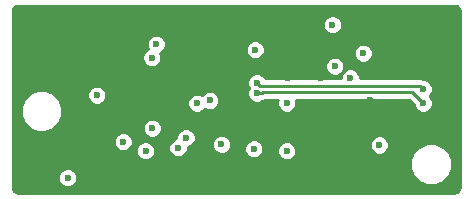
<source format=gbr>
G04 #@! TF.FileFunction,Copper,L2,Inr,Signal*
%FSLAX46Y46*%
G04 Gerber Fmt 4.6, Leading zero omitted, Abs format (unit mm)*
G04 Created by KiCad (PCBNEW 4.0.2-stable) date 2017年05月12日 星期五 07:52:48*
%MOMM*%
G01*
G04 APERTURE LIST*
%ADD10C,0.100000*%
%ADD11C,0.600000*%
%ADD12C,0.250000*%
%ADD13C,0.254000*%
G04 APERTURE END LIST*
D10*
D11*
X169575000Y-102125000D03*
X176100000Y-93800000D03*
X182850000Y-95200000D03*
X182650000Y-91700000D03*
X186625000Y-101875000D03*
X184150000Y-96200000D03*
X185250000Y-94100000D03*
X176000000Y-102200000D03*
X160225000Y-104650000D03*
X178775000Y-98325010D03*
X167400000Y-100450000D03*
X178775000Y-102375000D03*
X167725000Y-93349998D03*
X167350004Y-94475000D03*
X162700000Y-97650000D03*
X168500000Y-101700000D03*
X176100000Y-94774998D03*
X185800000Y-98025010D03*
X181650000Y-96200000D03*
X181650002Y-102475000D03*
X174475000Y-102200000D03*
X178874990Y-96175000D03*
X157725000Y-102400000D03*
X188675000Y-100850000D03*
X188675000Y-98350000D03*
X188525000Y-99600000D03*
X190350000Y-95150000D03*
X162100000Y-93100000D03*
X167400000Y-99275000D03*
X166925000Y-104975000D03*
X171725000Y-105025000D03*
X176600000Y-104000000D03*
X185250000Y-92200000D03*
X190125000Y-94100000D03*
X189850000Y-92750000D03*
X181550000Y-91775000D03*
X181350000Y-95200000D03*
X179975000Y-93125000D03*
X168825004Y-93350000D03*
X165950000Y-91625000D03*
X162550000Y-100100000D03*
X162550000Y-98900000D03*
X176250008Y-96600000D03*
X190349998Y-97125000D03*
X176250004Y-97500000D03*
X190349999Y-98349999D03*
X170250004Y-101250000D03*
X171175000Y-98350000D03*
X166825000Y-102375000D03*
X172275000Y-98099992D03*
X164925000Y-101600000D03*
X173250000Y-101825000D03*
D12*
X190349998Y-97125000D02*
X190074998Y-96850000D01*
X190074998Y-96850000D02*
X176500008Y-96850000D01*
X176500008Y-96850000D02*
X176250008Y-96600000D01*
X190349999Y-98349999D02*
X189400000Y-97400000D01*
X189400000Y-97400000D02*
X176774268Y-97400000D01*
X176774268Y-97400000D02*
X176674268Y-97500000D01*
X176674268Y-97500000D02*
X176250004Y-97500000D01*
D13*
G36*
X193155208Y-90125294D02*
X193286788Y-90213213D01*
X193374706Y-90344792D01*
X193417000Y-90557420D01*
X193417000Y-105442580D01*
X193374706Y-105655208D01*
X193286788Y-105786787D01*
X193155208Y-105874706D01*
X192942580Y-105917000D01*
X156057420Y-105917000D01*
X155844792Y-105874706D01*
X155713213Y-105786788D01*
X155625294Y-105655208D01*
X155583000Y-105442580D01*
X155583000Y-104810016D01*
X159416860Y-104810016D01*
X159539611Y-105107097D01*
X159766707Y-105334590D01*
X160063574Y-105457860D01*
X160385016Y-105458140D01*
X160682097Y-105335389D01*
X160909590Y-105108293D01*
X161032860Y-104811426D01*
X161033140Y-104489984D01*
X160910389Y-104192903D01*
X160683293Y-103965410D01*
X160400910Y-103848154D01*
X189241696Y-103848154D01*
X189508771Y-104494526D01*
X190002873Y-104989491D01*
X190648778Y-105257694D01*
X191348154Y-105258304D01*
X191994526Y-104991229D01*
X192489491Y-104497127D01*
X192757694Y-103851222D01*
X192758304Y-103151846D01*
X192491229Y-102505474D01*
X191997127Y-102010509D01*
X191351222Y-101742306D01*
X190651846Y-101741696D01*
X190005474Y-102008771D01*
X189510509Y-102502873D01*
X189242306Y-103148778D01*
X189241696Y-103848154D01*
X160400910Y-103848154D01*
X160386426Y-103842140D01*
X160064984Y-103841860D01*
X159767903Y-103964611D01*
X159540410Y-104191707D01*
X159417140Y-104488574D01*
X159416860Y-104810016D01*
X155583000Y-104810016D01*
X155583000Y-102535016D01*
X166016860Y-102535016D01*
X166139611Y-102832097D01*
X166366707Y-103059590D01*
X166663574Y-103182860D01*
X166985016Y-103183140D01*
X167282097Y-103060389D01*
X167509590Y-102833293D01*
X167632860Y-102536426D01*
X167633078Y-102285016D01*
X168766860Y-102285016D01*
X168889611Y-102582097D01*
X169116707Y-102809590D01*
X169413574Y-102932860D01*
X169735016Y-102933140D01*
X170032097Y-102810389D01*
X170259590Y-102583293D01*
X170382860Y-102286426D01*
X170383059Y-102058117D01*
X170410020Y-102058140D01*
X170586994Y-101985016D01*
X172441860Y-101985016D01*
X172564611Y-102282097D01*
X172791707Y-102509590D01*
X173088574Y-102632860D01*
X173410016Y-102633140D01*
X173707097Y-102510389D01*
X173857732Y-102360016D01*
X175191860Y-102360016D01*
X175314611Y-102657097D01*
X175541707Y-102884590D01*
X175838574Y-103007860D01*
X176160016Y-103008140D01*
X176457097Y-102885389D01*
X176684590Y-102658293D01*
X176735779Y-102535016D01*
X177966860Y-102535016D01*
X178089611Y-102832097D01*
X178316707Y-103059590D01*
X178613574Y-103182860D01*
X178935016Y-103183140D01*
X179232097Y-103060389D01*
X179459590Y-102833293D01*
X179582860Y-102536426D01*
X179583140Y-102214984D01*
X179508779Y-102035016D01*
X185816860Y-102035016D01*
X185939611Y-102332097D01*
X186166707Y-102559590D01*
X186463574Y-102682860D01*
X186785016Y-102683140D01*
X187082097Y-102560389D01*
X187309590Y-102333293D01*
X187432860Y-102036426D01*
X187433140Y-101714984D01*
X187310389Y-101417903D01*
X187083293Y-101190410D01*
X186786426Y-101067140D01*
X186464984Y-101066860D01*
X186167903Y-101189611D01*
X185940410Y-101416707D01*
X185817140Y-101713574D01*
X185816860Y-102035016D01*
X179508779Y-102035016D01*
X179460389Y-101917903D01*
X179233293Y-101690410D01*
X178936426Y-101567140D01*
X178614984Y-101566860D01*
X178317903Y-101689611D01*
X178090410Y-101916707D01*
X177967140Y-102213574D01*
X177966860Y-102535016D01*
X176735779Y-102535016D01*
X176807860Y-102361426D01*
X176808140Y-102039984D01*
X176685389Y-101742903D01*
X176458293Y-101515410D01*
X176161426Y-101392140D01*
X175839984Y-101391860D01*
X175542903Y-101514611D01*
X175315410Y-101741707D01*
X175192140Y-102038574D01*
X175191860Y-102360016D01*
X173857732Y-102360016D01*
X173934590Y-102283293D01*
X174057860Y-101986426D01*
X174058140Y-101664984D01*
X173935389Y-101367903D01*
X173708293Y-101140410D01*
X173411426Y-101017140D01*
X173089984Y-101016860D01*
X172792903Y-101139611D01*
X172565410Y-101366707D01*
X172442140Y-101663574D01*
X172441860Y-101985016D01*
X170586994Y-101985016D01*
X170707101Y-101935389D01*
X170934594Y-101708293D01*
X171057864Y-101411426D01*
X171058144Y-101089984D01*
X170935393Y-100792903D01*
X170708297Y-100565410D01*
X170411430Y-100442140D01*
X170089988Y-100441860D01*
X169792907Y-100564611D01*
X169565414Y-100791707D01*
X169442144Y-101088574D01*
X169441945Y-101316883D01*
X169414984Y-101316860D01*
X169117903Y-101439611D01*
X168890410Y-101666707D01*
X168767140Y-101963574D01*
X168766860Y-102285016D01*
X167633078Y-102285016D01*
X167633140Y-102214984D01*
X167510389Y-101917903D01*
X167283293Y-101690410D01*
X166986426Y-101567140D01*
X166664984Y-101566860D01*
X166367903Y-101689611D01*
X166140410Y-101916707D01*
X166017140Y-102213574D01*
X166016860Y-102535016D01*
X155583000Y-102535016D01*
X155583000Y-101760016D01*
X164116860Y-101760016D01*
X164239611Y-102057097D01*
X164466707Y-102284590D01*
X164763574Y-102407860D01*
X165085016Y-102408140D01*
X165382097Y-102285389D01*
X165609590Y-102058293D01*
X165732860Y-101761426D01*
X165733140Y-101439984D01*
X165610389Y-101142903D01*
X165383293Y-100915410D01*
X165086426Y-100792140D01*
X164764984Y-100791860D01*
X164467903Y-100914611D01*
X164240410Y-101141707D01*
X164117140Y-101438574D01*
X164116860Y-101760016D01*
X155583000Y-101760016D01*
X155583000Y-99348154D01*
X156241696Y-99348154D01*
X156508771Y-99994526D01*
X157002873Y-100489491D01*
X157648778Y-100757694D01*
X158348154Y-100758304D01*
X158707038Y-100610016D01*
X166591860Y-100610016D01*
X166714611Y-100907097D01*
X166941707Y-101134590D01*
X167238574Y-101257860D01*
X167560016Y-101258140D01*
X167857097Y-101135389D01*
X168084590Y-100908293D01*
X168207860Y-100611426D01*
X168208140Y-100289984D01*
X168085389Y-99992903D01*
X167858293Y-99765410D01*
X167561426Y-99642140D01*
X167239984Y-99641860D01*
X166942903Y-99764611D01*
X166715410Y-99991707D01*
X166592140Y-100288574D01*
X166591860Y-100610016D01*
X158707038Y-100610016D01*
X158994526Y-100491229D01*
X159489491Y-99997127D01*
X159757694Y-99351222D01*
X159758304Y-98651846D01*
X159699702Y-98510016D01*
X170366860Y-98510016D01*
X170489611Y-98807097D01*
X170716707Y-99034590D01*
X171013574Y-99157860D01*
X171335016Y-99158140D01*
X171632097Y-99035389D01*
X171859590Y-98808293D01*
X171861681Y-98803257D01*
X172113574Y-98907852D01*
X172435016Y-98908132D01*
X172732097Y-98785381D01*
X172959590Y-98558285D01*
X173082860Y-98261418D01*
X173083140Y-97939976D01*
X172967464Y-97660016D01*
X175441864Y-97660016D01*
X175564615Y-97957097D01*
X175791711Y-98184590D01*
X176088578Y-98307860D01*
X176410020Y-98308140D01*
X176707101Y-98185389D01*
X176780811Y-98111808D01*
X176916507Y-98084816D01*
X176994055Y-98033000D01*
X178021363Y-98033000D01*
X177967140Y-98163584D01*
X177966860Y-98485026D01*
X178089611Y-98782107D01*
X178316707Y-99009600D01*
X178613574Y-99132870D01*
X178935016Y-99133150D01*
X179232097Y-99010399D01*
X179459590Y-98783303D01*
X179582860Y-98486436D01*
X179583140Y-98164994D01*
X179528601Y-98033000D01*
X189137802Y-98033000D01*
X189541922Y-98437120D01*
X189541859Y-98510015D01*
X189664610Y-98807096D01*
X189891706Y-99034589D01*
X190188573Y-99157859D01*
X190510015Y-99158139D01*
X190807096Y-99035388D01*
X191034589Y-98808292D01*
X191157859Y-98511425D01*
X191158139Y-98189983D01*
X191035388Y-97892902D01*
X190880184Y-97737427D01*
X191034588Y-97583293D01*
X191157858Y-97286426D01*
X191158138Y-96964984D01*
X191035387Y-96667903D01*
X190808291Y-96440410D01*
X190511424Y-96317140D01*
X190394843Y-96317038D01*
X190317237Y-96265184D01*
X190074998Y-96216999D01*
X190074993Y-96217000D01*
X184957986Y-96217000D01*
X184958140Y-96039984D01*
X184835389Y-95742903D01*
X184608293Y-95515410D01*
X184311426Y-95392140D01*
X183989984Y-95391860D01*
X183692903Y-95514611D01*
X183465410Y-95741707D01*
X183342140Y-96038574D01*
X183341985Y-96217000D01*
X176966013Y-96217000D01*
X176935397Y-96142903D01*
X176708301Y-95915410D01*
X176411434Y-95792140D01*
X176089992Y-95791860D01*
X175792911Y-95914611D01*
X175565418Y-96141707D01*
X175442148Y-96438574D01*
X175441868Y-96760016D01*
X175561828Y-97050343D01*
X175442144Y-97338574D01*
X175441864Y-97660016D01*
X172967464Y-97660016D01*
X172960389Y-97642895D01*
X172733293Y-97415402D01*
X172436426Y-97292132D01*
X172114984Y-97291852D01*
X171817903Y-97414603D01*
X171590410Y-97641699D01*
X171588319Y-97646735D01*
X171336426Y-97542140D01*
X171014984Y-97541860D01*
X170717903Y-97664611D01*
X170490410Y-97891707D01*
X170367140Y-98188574D01*
X170366860Y-98510016D01*
X159699702Y-98510016D01*
X159491229Y-98005474D01*
X159296112Y-97810016D01*
X161891860Y-97810016D01*
X162014611Y-98107097D01*
X162241707Y-98334590D01*
X162538574Y-98457860D01*
X162860016Y-98458140D01*
X163157097Y-98335389D01*
X163384590Y-98108293D01*
X163507860Y-97811426D01*
X163508140Y-97489984D01*
X163385389Y-97192903D01*
X163158293Y-96965410D01*
X162861426Y-96842140D01*
X162539984Y-96841860D01*
X162242903Y-96964611D01*
X162015410Y-97191707D01*
X161892140Y-97488574D01*
X161891860Y-97810016D01*
X159296112Y-97810016D01*
X158997127Y-97510509D01*
X158351222Y-97242306D01*
X157651846Y-97241696D01*
X157005474Y-97508771D01*
X156510509Y-98002873D01*
X156242306Y-98648778D01*
X156241696Y-99348154D01*
X155583000Y-99348154D01*
X155583000Y-95360016D01*
X182041860Y-95360016D01*
X182164611Y-95657097D01*
X182391707Y-95884590D01*
X182688574Y-96007860D01*
X183010016Y-96008140D01*
X183307097Y-95885389D01*
X183534590Y-95658293D01*
X183657860Y-95361426D01*
X183658140Y-95039984D01*
X183535389Y-94742903D01*
X183308293Y-94515410D01*
X183011426Y-94392140D01*
X182689984Y-94391860D01*
X182392903Y-94514611D01*
X182165410Y-94741707D01*
X182042140Y-95038574D01*
X182041860Y-95360016D01*
X155583000Y-95360016D01*
X155583000Y-94635016D01*
X166541864Y-94635016D01*
X166664615Y-94932097D01*
X166891711Y-95159590D01*
X167188578Y-95282860D01*
X167510020Y-95283140D01*
X167807101Y-95160389D01*
X168034594Y-94933293D01*
X168157864Y-94636426D01*
X168158144Y-94314984D01*
X168062957Y-94084614D01*
X168182097Y-94035387D01*
X168257599Y-93960016D01*
X175291860Y-93960016D01*
X175414611Y-94257097D01*
X175641707Y-94484590D01*
X175938574Y-94607860D01*
X176260016Y-94608140D01*
X176557097Y-94485389D01*
X176782863Y-94260016D01*
X184441860Y-94260016D01*
X184564611Y-94557097D01*
X184791707Y-94784590D01*
X185088574Y-94907860D01*
X185410016Y-94908140D01*
X185707097Y-94785389D01*
X185934590Y-94558293D01*
X186057860Y-94261426D01*
X186058140Y-93939984D01*
X185935389Y-93642903D01*
X185708293Y-93415410D01*
X185411426Y-93292140D01*
X185089984Y-93291860D01*
X184792903Y-93414611D01*
X184565410Y-93641707D01*
X184442140Y-93938574D01*
X184441860Y-94260016D01*
X176782863Y-94260016D01*
X176784590Y-94258293D01*
X176907860Y-93961426D01*
X176908140Y-93639984D01*
X176785389Y-93342903D01*
X176558293Y-93115410D01*
X176261426Y-92992140D01*
X175939984Y-92991860D01*
X175642903Y-93114611D01*
X175415410Y-93341707D01*
X175292140Y-93638574D01*
X175291860Y-93960016D01*
X168257599Y-93960016D01*
X168409590Y-93808291D01*
X168532860Y-93511424D01*
X168533140Y-93189982D01*
X168410389Y-92892901D01*
X168183293Y-92665408D01*
X167886426Y-92542138D01*
X167564984Y-92541858D01*
X167267903Y-92664609D01*
X167040410Y-92891705D01*
X166917140Y-93188572D01*
X166916860Y-93510014D01*
X167012047Y-93740384D01*
X166892907Y-93789611D01*
X166665414Y-94016707D01*
X166542144Y-94313574D01*
X166541864Y-94635016D01*
X155583000Y-94635016D01*
X155583000Y-91860016D01*
X181841860Y-91860016D01*
X181964611Y-92157097D01*
X182191707Y-92384590D01*
X182488574Y-92507860D01*
X182810016Y-92508140D01*
X183107097Y-92385389D01*
X183334590Y-92158293D01*
X183457860Y-91861426D01*
X183458140Y-91539984D01*
X183335389Y-91242903D01*
X183108293Y-91015410D01*
X182811426Y-90892140D01*
X182489984Y-90891860D01*
X182192903Y-91014611D01*
X181965410Y-91241707D01*
X181842140Y-91538574D01*
X181841860Y-91860016D01*
X155583000Y-91860016D01*
X155583000Y-90557420D01*
X155625294Y-90344792D01*
X155713213Y-90213212D01*
X155844792Y-90125294D01*
X156057420Y-90083000D01*
X192942580Y-90083000D01*
X193155208Y-90125294D01*
X193155208Y-90125294D01*
G37*
X193155208Y-90125294D02*
X193286788Y-90213213D01*
X193374706Y-90344792D01*
X193417000Y-90557420D01*
X193417000Y-105442580D01*
X193374706Y-105655208D01*
X193286788Y-105786787D01*
X193155208Y-105874706D01*
X192942580Y-105917000D01*
X156057420Y-105917000D01*
X155844792Y-105874706D01*
X155713213Y-105786788D01*
X155625294Y-105655208D01*
X155583000Y-105442580D01*
X155583000Y-104810016D01*
X159416860Y-104810016D01*
X159539611Y-105107097D01*
X159766707Y-105334590D01*
X160063574Y-105457860D01*
X160385016Y-105458140D01*
X160682097Y-105335389D01*
X160909590Y-105108293D01*
X161032860Y-104811426D01*
X161033140Y-104489984D01*
X160910389Y-104192903D01*
X160683293Y-103965410D01*
X160400910Y-103848154D01*
X189241696Y-103848154D01*
X189508771Y-104494526D01*
X190002873Y-104989491D01*
X190648778Y-105257694D01*
X191348154Y-105258304D01*
X191994526Y-104991229D01*
X192489491Y-104497127D01*
X192757694Y-103851222D01*
X192758304Y-103151846D01*
X192491229Y-102505474D01*
X191997127Y-102010509D01*
X191351222Y-101742306D01*
X190651846Y-101741696D01*
X190005474Y-102008771D01*
X189510509Y-102502873D01*
X189242306Y-103148778D01*
X189241696Y-103848154D01*
X160400910Y-103848154D01*
X160386426Y-103842140D01*
X160064984Y-103841860D01*
X159767903Y-103964611D01*
X159540410Y-104191707D01*
X159417140Y-104488574D01*
X159416860Y-104810016D01*
X155583000Y-104810016D01*
X155583000Y-102535016D01*
X166016860Y-102535016D01*
X166139611Y-102832097D01*
X166366707Y-103059590D01*
X166663574Y-103182860D01*
X166985016Y-103183140D01*
X167282097Y-103060389D01*
X167509590Y-102833293D01*
X167632860Y-102536426D01*
X167633078Y-102285016D01*
X168766860Y-102285016D01*
X168889611Y-102582097D01*
X169116707Y-102809590D01*
X169413574Y-102932860D01*
X169735016Y-102933140D01*
X170032097Y-102810389D01*
X170259590Y-102583293D01*
X170382860Y-102286426D01*
X170383059Y-102058117D01*
X170410020Y-102058140D01*
X170586994Y-101985016D01*
X172441860Y-101985016D01*
X172564611Y-102282097D01*
X172791707Y-102509590D01*
X173088574Y-102632860D01*
X173410016Y-102633140D01*
X173707097Y-102510389D01*
X173857732Y-102360016D01*
X175191860Y-102360016D01*
X175314611Y-102657097D01*
X175541707Y-102884590D01*
X175838574Y-103007860D01*
X176160016Y-103008140D01*
X176457097Y-102885389D01*
X176684590Y-102658293D01*
X176735779Y-102535016D01*
X177966860Y-102535016D01*
X178089611Y-102832097D01*
X178316707Y-103059590D01*
X178613574Y-103182860D01*
X178935016Y-103183140D01*
X179232097Y-103060389D01*
X179459590Y-102833293D01*
X179582860Y-102536426D01*
X179583140Y-102214984D01*
X179508779Y-102035016D01*
X185816860Y-102035016D01*
X185939611Y-102332097D01*
X186166707Y-102559590D01*
X186463574Y-102682860D01*
X186785016Y-102683140D01*
X187082097Y-102560389D01*
X187309590Y-102333293D01*
X187432860Y-102036426D01*
X187433140Y-101714984D01*
X187310389Y-101417903D01*
X187083293Y-101190410D01*
X186786426Y-101067140D01*
X186464984Y-101066860D01*
X186167903Y-101189611D01*
X185940410Y-101416707D01*
X185817140Y-101713574D01*
X185816860Y-102035016D01*
X179508779Y-102035016D01*
X179460389Y-101917903D01*
X179233293Y-101690410D01*
X178936426Y-101567140D01*
X178614984Y-101566860D01*
X178317903Y-101689611D01*
X178090410Y-101916707D01*
X177967140Y-102213574D01*
X177966860Y-102535016D01*
X176735779Y-102535016D01*
X176807860Y-102361426D01*
X176808140Y-102039984D01*
X176685389Y-101742903D01*
X176458293Y-101515410D01*
X176161426Y-101392140D01*
X175839984Y-101391860D01*
X175542903Y-101514611D01*
X175315410Y-101741707D01*
X175192140Y-102038574D01*
X175191860Y-102360016D01*
X173857732Y-102360016D01*
X173934590Y-102283293D01*
X174057860Y-101986426D01*
X174058140Y-101664984D01*
X173935389Y-101367903D01*
X173708293Y-101140410D01*
X173411426Y-101017140D01*
X173089984Y-101016860D01*
X172792903Y-101139611D01*
X172565410Y-101366707D01*
X172442140Y-101663574D01*
X172441860Y-101985016D01*
X170586994Y-101985016D01*
X170707101Y-101935389D01*
X170934594Y-101708293D01*
X171057864Y-101411426D01*
X171058144Y-101089984D01*
X170935393Y-100792903D01*
X170708297Y-100565410D01*
X170411430Y-100442140D01*
X170089988Y-100441860D01*
X169792907Y-100564611D01*
X169565414Y-100791707D01*
X169442144Y-101088574D01*
X169441945Y-101316883D01*
X169414984Y-101316860D01*
X169117903Y-101439611D01*
X168890410Y-101666707D01*
X168767140Y-101963574D01*
X168766860Y-102285016D01*
X167633078Y-102285016D01*
X167633140Y-102214984D01*
X167510389Y-101917903D01*
X167283293Y-101690410D01*
X166986426Y-101567140D01*
X166664984Y-101566860D01*
X166367903Y-101689611D01*
X166140410Y-101916707D01*
X166017140Y-102213574D01*
X166016860Y-102535016D01*
X155583000Y-102535016D01*
X155583000Y-101760016D01*
X164116860Y-101760016D01*
X164239611Y-102057097D01*
X164466707Y-102284590D01*
X164763574Y-102407860D01*
X165085016Y-102408140D01*
X165382097Y-102285389D01*
X165609590Y-102058293D01*
X165732860Y-101761426D01*
X165733140Y-101439984D01*
X165610389Y-101142903D01*
X165383293Y-100915410D01*
X165086426Y-100792140D01*
X164764984Y-100791860D01*
X164467903Y-100914611D01*
X164240410Y-101141707D01*
X164117140Y-101438574D01*
X164116860Y-101760016D01*
X155583000Y-101760016D01*
X155583000Y-99348154D01*
X156241696Y-99348154D01*
X156508771Y-99994526D01*
X157002873Y-100489491D01*
X157648778Y-100757694D01*
X158348154Y-100758304D01*
X158707038Y-100610016D01*
X166591860Y-100610016D01*
X166714611Y-100907097D01*
X166941707Y-101134590D01*
X167238574Y-101257860D01*
X167560016Y-101258140D01*
X167857097Y-101135389D01*
X168084590Y-100908293D01*
X168207860Y-100611426D01*
X168208140Y-100289984D01*
X168085389Y-99992903D01*
X167858293Y-99765410D01*
X167561426Y-99642140D01*
X167239984Y-99641860D01*
X166942903Y-99764611D01*
X166715410Y-99991707D01*
X166592140Y-100288574D01*
X166591860Y-100610016D01*
X158707038Y-100610016D01*
X158994526Y-100491229D01*
X159489491Y-99997127D01*
X159757694Y-99351222D01*
X159758304Y-98651846D01*
X159699702Y-98510016D01*
X170366860Y-98510016D01*
X170489611Y-98807097D01*
X170716707Y-99034590D01*
X171013574Y-99157860D01*
X171335016Y-99158140D01*
X171632097Y-99035389D01*
X171859590Y-98808293D01*
X171861681Y-98803257D01*
X172113574Y-98907852D01*
X172435016Y-98908132D01*
X172732097Y-98785381D01*
X172959590Y-98558285D01*
X173082860Y-98261418D01*
X173083140Y-97939976D01*
X172967464Y-97660016D01*
X175441864Y-97660016D01*
X175564615Y-97957097D01*
X175791711Y-98184590D01*
X176088578Y-98307860D01*
X176410020Y-98308140D01*
X176707101Y-98185389D01*
X176780811Y-98111808D01*
X176916507Y-98084816D01*
X176994055Y-98033000D01*
X178021363Y-98033000D01*
X177967140Y-98163584D01*
X177966860Y-98485026D01*
X178089611Y-98782107D01*
X178316707Y-99009600D01*
X178613574Y-99132870D01*
X178935016Y-99133150D01*
X179232097Y-99010399D01*
X179459590Y-98783303D01*
X179582860Y-98486436D01*
X179583140Y-98164994D01*
X179528601Y-98033000D01*
X189137802Y-98033000D01*
X189541922Y-98437120D01*
X189541859Y-98510015D01*
X189664610Y-98807096D01*
X189891706Y-99034589D01*
X190188573Y-99157859D01*
X190510015Y-99158139D01*
X190807096Y-99035388D01*
X191034589Y-98808292D01*
X191157859Y-98511425D01*
X191158139Y-98189983D01*
X191035388Y-97892902D01*
X190880184Y-97737427D01*
X191034588Y-97583293D01*
X191157858Y-97286426D01*
X191158138Y-96964984D01*
X191035387Y-96667903D01*
X190808291Y-96440410D01*
X190511424Y-96317140D01*
X190394843Y-96317038D01*
X190317237Y-96265184D01*
X190074998Y-96216999D01*
X190074993Y-96217000D01*
X184957986Y-96217000D01*
X184958140Y-96039984D01*
X184835389Y-95742903D01*
X184608293Y-95515410D01*
X184311426Y-95392140D01*
X183989984Y-95391860D01*
X183692903Y-95514611D01*
X183465410Y-95741707D01*
X183342140Y-96038574D01*
X183341985Y-96217000D01*
X176966013Y-96217000D01*
X176935397Y-96142903D01*
X176708301Y-95915410D01*
X176411434Y-95792140D01*
X176089992Y-95791860D01*
X175792911Y-95914611D01*
X175565418Y-96141707D01*
X175442148Y-96438574D01*
X175441868Y-96760016D01*
X175561828Y-97050343D01*
X175442144Y-97338574D01*
X175441864Y-97660016D01*
X172967464Y-97660016D01*
X172960389Y-97642895D01*
X172733293Y-97415402D01*
X172436426Y-97292132D01*
X172114984Y-97291852D01*
X171817903Y-97414603D01*
X171590410Y-97641699D01*
X171588319Y-97646735D01*
X171336426Y-97542140D01*
X171014984Y-97541860D01*
X170717903Y-97664611D01*
X170490410Y-97891707D01*
X170367140Y-98188574D01*
X170366860Y-98510016D01*
X159699702Y-98510016D01*
X159491229Y-98005474D01*
X159296112Y-97810016D01*
X161891860Y-97810016D01*
X162014611Y-98107097D01*
X162241707Y-98334590D01*
X162538574Y-98457860D01*
X162860016Y-98458140D01*
X163157097Y-98335389D01*
X163384590Y-98108293D01*
X163507860Y-97811426D01*
X163508140Y-97489984D01*
X163385389Y-97192903D01*
X163158293Y-96965410D01*
X162861426Y-96842140D01*
X162539984Y-96841860D01*
X162242903Y-96964611D01*
X162015410Y-97191707D01*
X161892140Y-97488574D01*
X161891860Y-97810016D01*
X159296112Y-97810016D01*
X158997127Y-97510509D01*
X158351222Y-97242306D01*
X157651846Y-97241696D01*
X157005474Y-97508771D01*
X156510509Y-98002873D01*
X156242306Y-98648778D01*
X156241696Y-99348154D01*
X155583000Y-99348154D01*
X155583000Y-95360016D01*
X182041860Y-95360016D01*
X182164611Y-95657097D01*
X182391707Y-95884590D01*
X182688574Y-96007860D01*
X183010016Y-96008140D01*
X183307097Y-95885389D01*
X183534590Y-95658293D01*
X183657860Y-95361426D01*
X183658140Y-95039984D01*
X183535389Y-94742903D01*
X183308293Y-94515410D01*
X183011426Y-94392140D01*
X182689984Y-94391860D01*
X182392903Y-94514611D01*
X182165410Y-94741707D01*
X182042140Y-95038574D01*
X182041860Y-95360016D01*
X155583000Y-95360016D01*
X155583000Y-94635016D01*
X166541864Y-94635016D01*
X166664615Y-94932097D01*
X166891711Y-95159590D01*
X167188578Y-95282860D01*
X167510020Y-95283140D01*
X167807101Y-95160389D01*
X168034594Y-94933293D01*
X168157864Y-94636426D01*
X168158144Y-94314984D01*
X168062957Y-94084614D01*
X168182097Y-94035387D01*
X168257599Y-93960016D01*
X175291860Y-93960016D01*
X175414611Y-94257097D01*
X175641707Y-94484590D01*
X175938574Y-94607860D01*
X176260016Y-94608140D01*
X176557097Y-94485389D01*
X176782863Y-94260016D01*
X184441860Y-94260016D01*
X184564611Y-94557097D01*
X184791707Y-94784590D01*
X185088574Y-94907860D01*
X185410016Y-94908140D01*
X185707097Y-94785389D01*
X185934590Y-94558293D01*
X186057860Y-94261426D01*
X186058140Y-93939984D01*
X185935389Y-93642903D01*
X185708293Y-93415410D01*
X185411426Y-93292140D01*
X185089984Y-93291860D01*
X184792903Y-93414611D01*
X184565410Y-93641707D01*
X184442140Y-93938574D01*
X184441860Y-94260016D01*
X176782863Y-94260016D01*
X176784590Y-94258293D01*
X176907860Y-93961426D01*
X176908140Y-93639984D01*
X176785389Y-93342903D01*
X176558293Y-93115410D01*
X176261426Y-92992140D01*
X175939984Y-92991860D01*
X175642903Y-93114611D01*
X175415410Y-93341707D01*
X175292140Y-93638574D01*
X175291860Y-93960016D01*
X168257599Y-93960016D01*
X168409590Y-93808291D01*
X168532860Y-93511424D01*
X168533140Y-93189982D01*
X168410389Y-92892901D01*
X168183293Y-92665408D01*
X167886426Y-92542138D01*
X167564984Y-92541858D01*
X167267903Y-92664609D01*
X167040410Y-92891705D01*
X166917140Y-93188572D01*
X166916860Y-93510014D01*
X167012047Y-93740384D01*
X166892907Y-93789611D01*
X166665414Y-94016707D01*
X166542144Y-94313574D01*
X166541864Y-94635016D01*
X155583000Y-94635016D01*
X155583000Y-91860016D01*
X181841860Y-91860016D01*
X181964611Y-92157097D01*
X182191707Y-92384590D01*
X182488574Y-92507860D01*
X182810016Y-92508140D01*
X183107097Y-92385389D01*
X183334590Y-92158293D01*
X183457860Y-91861426D01*
X183458140Y-91539984D01*
X183335389Y-91242903D01*
X183108293Y-91015410D01*
X182811426Y-90892140D01*
X182489984Y-90891860D01*
X182192903Y-91014611D01*
X181965410Y-91241707D01*
X181842140Y-91538574D01*
X181841860Y-91860016D01*
X155583000Y-91860016D01*
X155583000Y-90557420D01*
X155625294Y-90344792D01*
X155713213Y-90213212D01*
X155844792Y-90125294D01*
X156057420Y-90083000D01*
X192942580Y-90083000D01*
X193155208Y-90125294D01*
M02*

</source>
